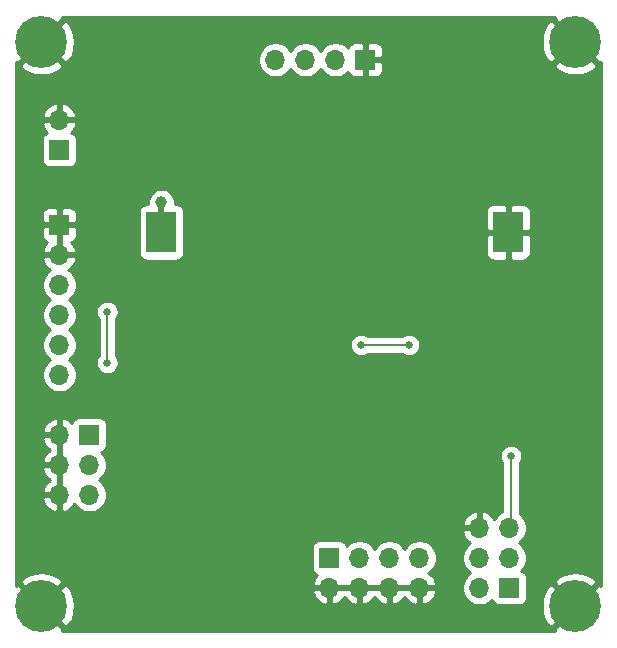
<source format=gbr>
%TF.GenerationSoftware,KiCad,Pcbnew,(5.1.9)-1*%
%TF.CreationDate,2021-02-03T11:38:48-08:00*%
%TF.ProjectId,ATMEGA328_RTC_EEPROM,41544d45-4741-4333-9238-5f5254435f45,1*%
%TF.SameCoordinates,Original*%
%TF.FileFunction,Copper,L2,Bot*%
%TF.FilePolarity,Positive*%
%FSLAX46Y46*%
G04 Gerber Fmt 4.6, Leading zero omitted, Abs format (unit mm)*
G04 Created by KiCad (PCBNEW (5.1.9)-1) date 2021-02-03 11:38:48*
%MOMM*%
%LPD*%
G01*
G04 APERTURE LIST*
%TA.AperFunction,ComponentPad*%
%ADD10O,1.700000X1.700000*%
%TD*%
%TA.AperFunction,ComponentPad*%
%ADD11R,1.700000X1.700000*%
%TD*%
%TA.AperFunction,SMDPad,CuDef*%
%ADD12R,2.540000X3.510000*%
%TD*%
%TA.AperFunction,ComponentPad*%
%ADD13C,4.400000*%
%TD*%
%TA.AperFunction,ViaPad*%
%ADD14C,1.000000*%
%TD*%
%TA.AperFunction,ViaPad*%
%ADD15C,0.650000*%
%TD*%
%TA.AperFunction,Conductor*%
%ADD16C,0.500000*%
%TD*%
%TA.AperFunction,Conductor*%
%ADD17C,0.200000*%
%TD*%
%TA.AperFunction,Conductor*%
%ADD18C,0.254000*%
%TD*%
%TA.AperFunction,Conductor*%
%ADD19C,0.100000*%
%TD*%
G04 APERTURE END LIST*
D10*
%TO.P,J4,6*%
%TO.N,GND*%
X166878000Y-120142000D03*
%TO.P,J4,5*%
%TO.N,/~RESET*%
X169418000Y-120142000D03*
%TO.P,J4,4*%
%TO.N,/MOSI*%
X166878000Y-122682000D03*
%TO.P,J4,3*%
%TO.N,/SCK*%
X169418000Y-122682000D03*
%TO.P,J4,2*%
%TO.N,/Vcc*%
X166878000Y-125222000D03*
D11*
%TO.P,J4,1*%
%TO.N,/MISO*%
X169418000Y-125222000D03*
%TD*%
%TO.P,J3,1*%
%TO.N,GND*%
X157226000Y-80518000D03*
D10*
%TO.P,J3,2*%
%TO.N,/Vcc*%
X154686000Y-80518000D03*
%TO.P,J3,3*%
%TO.N,/SDA*%
X152146000Y-80518000D03*
%TO.P,J3,4*%
%TO.N,/SCL*%
X149606000Y-80518000D03*
%TD*%
%TO.P,J1,6*%
%TO.N,/DTR*%
X131318000Y-107188000D03*
%TO.P,J1,5*%
%TO.N,/TX*%
X131318000Y-104648000D03*
%TO.P,J1,4*%
%TO.N,/RX*%
X131318000Y-102108000D03*
%TO.P,J1,3*%
%TO.N,/Vcc*%
X131318000Y-99568000D03*
%TO.P,J1,2*%
%TO.N,GND*%
X131318000Y-97028000D03*
D11*
%TO.P,J1,1*%
X131318000Y-94488000D03*
%TD*%
%TO.P,BT2,1*%
%TO.N,/Vin*%
X131318000Y-88138000D03*
D10*
%TO.P,BT2,2*%
%TO.N,GND*%
X131318000Y-85598000D03*
%TD*%
D12*
%TO.P,BT1,2*%
%TO.N,GND*%
X169314000Y-95123000D03*
%TO.P,BT1,1*%
%TO.N,Net-(BT1-Pad1)*%
X139954000Y-95123000D03*
%TD*%
D13*
%TO.P,H1,1*%
%TO.N,GND*%
X129794000Y-78994000D03*
%TD*%
%TO.P,H2,1*%
%TO.N,GND*%
X175006000Y-78994000D03*
%TD*%
%TO.P,H3,1*%
%TO.N,GND*%
X129794000Y-126746000D03*
%TD*%
%TO.P,H4,1*%
%TO.N,GND*%
X175006000Y-126746000D03*
%TD*%
D11*
%TO.P,J2,1*%
%TO.N,/D2*%
X133858000Y-112268000D03*
D10*
%TO.P,J2,2*%
%TO.N,GND*%
X131318000Y-112268000D03*
%TO.P,J2,3*%
%TO.N,/D3*%
X133858000Y-114808000D03*
%TO.P,J2,4*%
%TO.N,GND*%
X131318000Y-114808000D03*
%TO.P,J2,5*%
%TO.N,/D4*%
X133858000Y-117348000D03*
%TO.P,J2,6*%
%TO.N,GND*%
X131318000Y-117348000D03*
%TD*%
D11*
%TO.P,J5,1*%
%TO.N,/D5*%
X154178000Y-122682000D03*
D10*
%TO.P,J5,2*%
%TO.N,GND*%
X154178000Y-125222000D03*
%TO.P,J5,3*%
%TO.N,/D6*%
X156718000Y-122682000D03*
%TO.P,J5,4*%
%TO.N,GND*%
X156718000Y-125222000D03*
%TO.P,J5,5*%
%TO.N,/D7*%
X159258000Y-122682000D03*
%TO.P,J5,6*%
%TO.N,GND*%
X159258000Y-125222000D03*
%TO.P,J5,7*%
%TO.N,/D8*%
X161798000Y-122682000D03*
%TO.P,J5,8*%
%TO.N,GND*%
X161798000Y-125222000D03*
%TD*%
D14*
%TO.N,GND*%
X166497000Y-98806000D03*
X168148000Y-117221000D03*
X172720000Y-104648000D03*
X145034000Y-88773000D03*
X163957000Y-106172000D03*
X144653000Y-95631000D03*
X166497000Y-96266000D03*
X146685000Y-112522000D03*
X151765000Y-117602000D03*
X147701000Y-110236000D03*
X149479000Y-108331000D03*
X166497000Y-112903000D03*
X166497000Y-111125000D03*
X172720000Y-112649000D03*
X154051000Y-90678000D03*
X154051000Y-98679000D03*
X152019000Y-95631000D03*
X151511000Y-91694000D03*
X136144000Y-90424000D03*
X166497000Y-88265000D03*
X170815000Y-117221000D03*
%TO.N,Net-(BT1-Pad1)*%
X139954000Y-92583000D03*
D15*
%TO.N,/DTR*%
X135382000Y-101854000D03*
X135382000Y-106172000D03*
%TO.N,/~RESET*%
X169545000Y-114046000D03*
X160909000Y-104648000D03*
X156845000Y-104648000D03*
%TD*%
D16*
%TO.N,Net-(BT1-Pad1)*%
X139954000Y-95123000D02*
X139954000Y-92583000D01*
D17*
%TO.N,/DTR*%
X135382000Y-106172000D02*
X135382000Y-101854000D01*
%TO.N,/~RESET*%
X156845000Y-104648000D02*
X160909000Y-104648000D01*
X169545000Y-120015000D02*
X169418000Y-120142000D01*
X169545000Y-114046000D02*
X169545000Y-120015000D01*
%TD*%
D18*
%TO.N,GND*%
X173195830Y-77004225D02*
X175006000Y-78814395D01*
X175020143Y-78800253D01*
X175199748Y-78979858D01*
X175185605Y-78994000D01*
X176995775Y-80804170D01*
X177140001Y-80714729D01*
X177140000Y-125025270D01*
X176995775Y-124935830D01*
X175185605Y-126746000D01*
X175199748Y-126760143D01*
X175020143Y-126939748D01*
X175006000Y-126925605D01*
X173195830Y-128735775D01*
X173285270Y-128880000D01*
X131514730Y-128880000D01*
X131604170Y-128735775D01*
X129794000Y-126925605D01*
X129779858Y-126939748D01*
X129600253Y-126760143D01*
X129614395Y-126746000D01*
X129973605Y-126746000D01*
X131783775Y-128556170D01*
X132171018Y-128316024D01*
X132431641Y-127822123D01*
X132590901Y-127286867D01*
X132639852Y-126761174D01*
X172157322Y-126761174D01*
X172215019Y-127316632D01*
X172379972Y-127850161D01*
X172628982Y-128316024D01*
X173016225Y-128556170D01*
X174826395Y-126746000D01*
X173016225Y-124935830D01*
X172628982Y-125175976D01*
X172368359Y-125669877D01*
X172209099Y-126205133D01*
X172157322Y-126761174D01*
X132639852Y-126761174D01*
X132642678Y-126730826D01*
X132584981Y-126175368D01*
X132420028Y-125641839D01*
X132386382Y-125578891D01*
X152736519Y-125578891D01*
X152833843Y-125853252D01*
X152982822Y-126103355D01*
X153177731Y-126319588D01*
X153411080Y-126493641D01*
X153673901Y-126618825D01*
X153821110Y-126663476D01*
X154051000Y-126542155D01*
X154051000Y-125349000D01*
X154305000Y-125349000D01*
X154305000Y-126542155D01*
X154534890Y-126663476D01*
X154682099Y-126618825D01*
X154944920Y-126493641D01*
X155178269Y-126319588D01*
X155373178Y-126103355D01*
X155448000Y-125977745D01*
X155522822Y-126103355D01*
X155717731Y-126319588D01*
X155951080Y-126493641D01*
X156213901Y-126618825D01*
X156361110Y-126663476D01*
X156591000Y-126542155D01*
X156591000Y-125349000D01*
X156845000Y-125349000D01*
X156845000Y-126542155D01*
X157074890Y-126663476D01*
X157222099Y-126618825D01*
X157484920Y-126493641D01*
X157718269Y-126319588D01*
X157913178Y-126103355D01*
X157988000Y-125977745D01*
X158062822Y-126103355D01*
X158257731Y-126319588D01*
X158491080Y-126493641D01*
X158753901Y-126618825D01*
X158901110Y-126663476D01*
X159131000Y-126542155D01*
X159131000Y-125349000D01*
X159385000Y-125349000D01*
X159385000Y-126542155D01*
X159614890Y-126663476D01*
X159762099Y-126618825D01*
X160024920Y-126493641D01*
X160258269Y-126319588D01*
X160453178Y-126103355D01*
X160528000Y-125977745D01*
X160602822Y-126103355D01*
X160797731Y-126319588D01*
X161031080Y-126493641D01*
X161293901Y-126618825D01*
X161441110Y-126663476D01*
X161671000Y-126542155D01*
X161671000Y-125349000D01*
X161925000Y-125349000D01*
X161925000Y-126542155D01*
X162154890Y-126663476D01*
X162302099Y-126618825D01*
X162564920Y-126493641D01*
X162798269Y-126319588D01*
X162993178Y-126103355D01*
X163142157Y-125853252D01*
X163239481Y-125578891D01*
X163118814Y-125349000D01*
X161925000Y-125349000D01*
X161671000Y-125349000D01*
X159385000Y-125349000D01*
X159131000Y-125349000D01*
X156845000Y-125349000D01*
X156591000Y-125349000D01*
X154305000Y-125349000D01*
X154051000Y-125349000D01*
X152857186Y-125349000D01*
X152736519Y-125578891D01*
X132386382Y-125578891D01*
X132171018Y-125175976D01*
X131783775Y-124935830D01*
X129973605Y-126746000D01*
X129614395Y-126746000D01*
X127804225Y-124935830D01*
X127660000Y-125025270D01*
X127660000Y-124756225D01*
X127983830Y-124756225D01*
X129794000Y-126566395D01*
X131604170Y-124756225D01*
X131364024Y-124368982D01*
X130870123Y-124108359D01*
X130334867Y-123949099D01*
X129778826Y-123897322D01*
X129223368Y-123955019D01*
X128689839Y-124119972D01*
X128223976Y-124368982D01*
X127983830Y-124756225D01*
X127660000Y-124756225D01*
X127660000Y-121832000D01*
X152689928Y-121832000D01*
X152689928Y-123532000D01*
X152702188Y-123656482D01*
X152738498Y-123776180D01*
X152797463Y-123886494D01*
X152876815Y-123983185D01*
X152973506Y-124062537D01*
X153083820Y-124121502D01*
X153159626Y-124144498D01*
X152982822Y-124340645D01*
X152833843Y-124590748D01*
X152736519Y-124865109D01*
X152857186Y-125095000D01*
X154051000Y-125095000D01*
X154051000Y-125075000D01*
X154305000Y-125075000D01*
X154305000Y-125095000D01*
X156591000Y-125095000D01*
X156591000Y-125075000D01*
X156845000Y-125075000D01*
X156845000Y-125095000D01*
X159131000Y-125095000D01*
X159131000Y-125075000D01*
X159385000Y-125075000D01*
X159385000Y-125095000D01*
X161671000Y-125095000D01*
X161671000Y-125075000D01*
X161925000Y-125075000D01*
X161925000Y-125095000D01*
X163118814Y-125095000D01*
X163239481Y-124865109D01*
X163142157Y-124590748D01*
X162993178Y-124340645D01*
X162798269Y-124124412D01*
X162568594Y-123953100D01*
X162744632Y-123835475D01*
X162951475Y-123628632D01*
X163113990Y-123385411D01*
X163225932Y-123115158D01*
X163283000Y-122828260D01*
X163283000Y-122535740D01*
X165393000Y-122535740D01*
X165393000Y-122828260D01*
X165450068Y-123115158D01*
X165562010Y-123385411D01*
X165724525Y-123628632D01*
X165931368Y-123835475D01*
X166105760Y-123952000D01*
X165931368Y-124068525D01*
X165724525Y-124275368D01*
X165562010Y-124518589D01*
X165450068Y-124788842D01*
X165393000Y-125075740D01*
X165393000Y-125368260D01*
X165450068Y-125655158D01*
X165562010Y-125925411D01*
X165724525Y-126168632D01*
X165931368Y-126375475D01*
X166174589Y-126537990D01*
X166444842Y-126649932D01*
X166731740Y-126707000D01*
X167024260Y-126707000D01*
X167311158Y-126649932D01*
X167581411Y-126537990D01*
X167824632Y-126375475D01*
X167956487Y-126243620D01*
X167978498Y-126316180D01*
X168037463Y-126426494D01*
X168116815Y-126523185D01*
X168213506Y-126602537D01*
X168323820Y-126661502D01*
X168443518Y-126697812D01*
X168568000Y-126710072D01*
X170268000Y-126710072D01*
X170392482Y-126697812D01*
X170512180Y-126661502D01*
X170622494Y-126602537D01*
X170719185Y-126523185D01*
X170798537Y-126426494D01*
X170857502Y-126316180D01*
X170893812Y-126196482D01*
X170906072Y-126072000D01*
X170906072Y-124756225D01*
X173195830Y-124756225D01*
X175006000Y-126566395D01*
X176816170Y-124756225D01*
X176576024Y-124368982D01*
X176082123Y-124108359D01*
X175546867Y-123949099D01*
X174990826Y-123897322D01*
X174435368Y-123955019D01*
X173901839Y-124119972D01*
X173435976Y-124368982D01*
X173195830Y-124756225D01*
X170906072Y-124756225D01*
X170906072Y-124372000D01*
X170893812Y-124247518D01*
X170857502Y-124127820D01*
X170798537Y-124017506D01*
X170719185Y-123920815D01*
X170622494Y-123841463D01*
X170512180Y-123782498D01*
X170439620Y-123760487D01*
X170571475Y-123628632D01*
X170733990Y-123385411D01*
X170845932Y-123115158D01*
X170903000Y-122828260D01*
X170903000Y-122535740D01*
X170845932Y-122248842D01*
X170733990Y-121978589D01*
X170571475Y-121735368D01*
X170364632Y-121528525D01*
X170190240Y-121412000D01*
X170364632Y-121295475D01*
X170571475Y-121088632D01*
X170733990Y-120845411D01*
X170845932Y-120575158D01*
X170903000Y-120288260D01*
X170903000Y-119995740D01*
X170845932Y-119708842D01*
X170733990Y-119438589D01*
X170571475Y-119195368D01*
X170364632Y-118988525D01*
X170280000Y-118931976D01*
X170280000Y-114668645D01*
X170290681Y-114657964D01*
X170395741Y-114500731D01*
X170468108Y-114326022D01*
X170505000Y-114140552D01*
X170505000Y-113951448D01*
X170468108Y-113765978D01*
X170395741Y-113591269D01*
X170290681Y-113434036D01*
X170156964Y-113300319D01*
X169999731Y-113195259D01*
X169825022Y-113122892D01*
X169639552Y-113086000D01*
X169450448Y-113086000D01*
X169264978Y-113122892D01*
X169090269Y-113195259D01*
X168933036Y-113300319D01*
X168799319Y-113434036D01*
X168694259Y-113591269D01*
X168621892Y-113765978D01*
X168585000Y-113951448D01*
X168585000Y-114140552D01*
X168621892Y-114326022D01*
X168694259Y-114500731D01*
X168799319Y-114657964D01*
X168810000Y-114668645D01*
X168810001Y-118786489D01*
X168714589Y-118826010D01*
X168471368Y-118988525D01*
X168264525Y-119195368D01*
X168146900Y-119371406D01*
X167975588Y-119141731D01*
X167759355Y-118946822D01*
X167509252Y-118797843D01*
X167234891Y-118700519D01*
X167005000Y-118821186D01*
X167005000Y-120015000D01*
X167025000Y-120015000D01*
X167025000Y-120269000D01*
X167005000Y-120269000D01*
X167005000Y-120289000D01*
X166751000Y-120289000D01*
X166751000Y-120269000D01*
X165557845Y-120269000D01*
X165436524Y-120498890D01*
X165481175Y-120646099D01*
X165606359Y-120908920D01*
X165780412Y-121142269D01*
X165996645Y-121337178D01*
X166113534Y-121406805D01*
X165931368Y-121528525D01*
X165724525Y-121735368D01*
X165562010Y-121978589D01*
X165450068Y-122248842D01*
X165393000Y-122535740D01*
X163283000Y-122535740D01*
X163225932Y-122248842D01*
X163113990Y-121978589D01*
X162951475Y-121735368D01*
X162744632Y-121528525D01*
X162501411Y-121366010D01*
X162231158Y-121254068D01*
X161944260Y-121197000D01*
X161651740Y-121197000D01*
X161364842Y-121254068D01*
X161094589Y-121366010D01*
X160851368Y-121528525D01*
X160644525Y-121735368D01*
X160528000Y-121909760D01*
X160411475Y-121735368D01*
X160204632Y-121528525D01*
X159961411Y-121366010D01*
X159691158Y-121254068D01*
X159404260Y-121197000D01*
X159111740Y-121197000D01*
X158824842Y-121254068D01*
X158554589Y-121366010D01*
X158311368Y-121528525D01*
X158104525Y-121735368D01*
X157988000Y-121909760D01*
X157871475Y-121735368D01*
X157664632Y-121528525D01*
X157421411Y-121366010D01*
X157151158Y-121254068D01*
X156864260Y-121197000D01*
X156571740Y-121197000D01*
X156284842Y-121254068D01*
X156014589Y-121366010D01*
X155771368Y-121528525D01*
X155639513Y-121660380D01*
X155617502Y-121587820D01*
X155558537Y-121477506D01*
X155479185Y-121380815D01*
X155382494Y-121301463D01*
X155272180Y-121242498D01*
X155152482Y-121206188D01*
X155028000Y-121193928D01*
X153328000Y-121193928D01*
X153203518Y-121206188D01*
X153083820Y-121242498D01*
X152973506Y-121301463D01*
X152876815Y-121380815D01*
X152797463Y-121477506D01*
X152738498Y-121587820D01*
X152702188Y-121707518D01*
X152689928Y-121832000D01*
X127660000Y-121832000D01*
X127660000Y-119785110D01*
X165436524Y-119785110D01*
X165557845Y-120015000D01*
X166751000Y-120015000D01*
X166751000Y-118821186D01*
X166521109Y-118700519D01*
X166246748Y-118797843D01*
X165996645Y-118946822D01*
X165780412Y-119141731D01*
X165606359Y-119375080D01*
X165481175Y-119637901D01*
X165436524Y-119785110D01*
X127660000Y-119785110D01*
X127660000Y-117704890D01*
X129876524Y-117704890D01*
X129921175Y-117852099D01*
X130046359Y-118114920D01*
X130220412Y-118348269D01*
X130436645Y-118543178D01*
X130686748Y-118692157D01*
X130961109Y-118789481D01*
X131191000Y-118668814D01*
X131191000Y-117475000D01*
X129997845Y-117475000D01*
X129876524Y-117704890D01*
X127660000Y-117704890D01*
X127660000Y-115164890D01*
X129876524Y-115164890D01*
X129921175Y-115312099D01*
X130046359Y-115574920D01*
X130220412Y-115808269D01*
X130436645Y-116003178D01*
X130562255Y-116078000D01*
X130436645Y-116152822D01*
X130220412Y-116347731D01*
X130046359Y-116581080D01*
X129921175Y-116843901D01*
X129876524Y-116991110D01*
X129997845Y-117221000D01*
X131191000Y-117221000D01*
X131191000Y-114935000D01*
X129997845Y-114935000D01*
X129876524Y-115164890D01*
X127660000Y-115164890D01*
X127660000Y-112624890D01*
X129876524Y-112624890D01*
X129921175Y-112772099D01*
X130046359Y-113034920D01*
X130220412Y-113268269D01*
X130436645Y-113463178D01*
X130562255Y-113538000D01*
X130436645Y-113612822D01*
X130220412Y-113807731D01*
X130046359Y-114041080D01*
X129921175Y-114303901D01*
X129876524Y-114451110D01*
X129997845Y-114681000D01*
X131191000Y-114681000D01*
X131191000Y-112395000D01*
X129997845Y-112395000D01*
X129876524Y-112624890D01*
X127660000Y-112624890D01*
X127660000Y-111911110D01*
X129876524Y-111911110D01*
X129997845Y-112141000D01*
X131191000Y-112141000D01*
X131191000Y-110947186D01*
X131445000Y-110947186D01*
X131445000Y-112141000D01*
X131465000Y-112141000D01*
X131465000Y-112395000D01*
X131445000Y-112395000D01*
X131445000Y-114681000D01*
X131465000Y-114681000D01*
X131465000Y-114935000D01*
X131445000Y-114935000D01*
X131445000Y-117221000D01*
X131465000Y-117221000D01*
X131465000Y-117475000D01*
X131445000Y-117475000D01*
X131445000Y-118668814D01*
X131674891Y-118789481D01*
X131949252Y-118692157D01*
X132199355Y-118543178D01*
X132415588Y-118348269D01*
X132586900Y-118118594D01*
X132704525Y-118294632D01*
X132911368Y-118501475D01*
X133154589Y-118663990D01*
X133424842Y-118775932D01*
X133711740Y-118833000D01*
X134004260Y-118833000D01*
X134291158Y-118775932D01*
X134561411Y-118663990D01*
X134804632Y-118501475D01*
X135011475Y-118294632D01*
X135173990Y-118051411D01*
X135285932Y-117781158D01*
X135343000Y-117494260D01*
X135343000Y-117201740D01*
X135285932Y-116914842D01*
X135173990Y-116644589D01*
X135011475Y-116401368D01*
X134804632Y-116194525D01*
X134630240Y-116078000D01*
X134804632Y-115961475D01*
X135011475Y-115754632D01*
X135173990Y-115511411D01*
X135285932Y-115241158D01*
X135343000Y-114954260D01*
X135343000Y-114661740D01*
X135285932Y-114374842D01*
X135173990Y-114104589D01*
X135011475Y-113861368D01*
X134879620Y-113729513D01*
X134952180Y-113707502D01*
X135062494Y-113648537D01*
X135159185Y-113569185D01*
X135238537Y-113472494D01*
X135297502Y-113362180D01*
X135333812Y-113242482D01*
X135346072Y-113118000D01*
X135346072Y-111418000D01*
X135333812Y-111293518D01*
X135297502Y-111173820D01*
X135238537Y-111063506D01*
X135159185Y-110966815D01*
X135062494Y-110887463D01*
X134952180Y-110828498D01*
X134832482Y-110792188D01*
X134708000Y-110779928D01*
X133008000Y-110779928D01*
X132883518Y-110792188D01*
X132763820Y-110828498D01*
X132653506Y-110887463D01*
X132556815Y-110966815D01*
X132477463Y-111063506D01*
X132418498Y-111173820D01*
X132395502Y-111249626D01*
X132199355Y-111072822D01*
X131949252Y-110923843D01*
X131674891Y-110826519D01*
X131445000Y-110947186D01*
X131191000Y-110947186D01*
X130961109Y-110826519D01*
X130686748Y-110923843D01*
X130436645Y-111072822D01*
X130220412Y-111267731D01*
X130046359Y-111501080D01*
X129921175Y-111763901D01*
X129876524Y-111911110D01*
X127660000Y-111911110D01*
X127660000Y-99421740D01*
X129833000Y-99421740D01*
X129833000Y-99714260D01*
X129890068Y-100001158D01*
X130002010Y-100271411D01*
X130164525Y-100514632D01*
X130371368Y-100721475D01*
X130545760Y-100838000D01*
X130371368Y-100954525D01*
X130164525Y-101161368D01*
X130002010Y-101404589D01*
X129890068Y-101674842D01*
X129833000Y-101961740D01*
X129833000Y-102254260D01*
X129890068Y-102541158D01*
X130002010Y-102811411D01*
X130164525Y-103054632D01*
X130371368Y-103261475D01*
X130545760Y-103378000D01*
X130371368Y-103494525D01*
X130164525Y-103701368D01*
X130002010Y-103944589D01*
X129890068Y-104214842D01*
X129833000Y-104501740D01*
X129833000Y-104794260D01*
X129890068Y-105081158D01*
X130002010Y-105351411D01*
X130164525Y-105594632D01*
X130371368Y-105801475D01*
X130545760Y-105918000D01*
X130371368Y-106034525D01*
X130164525Y-106241368D01*
X130002010Y-106484589D01*
X129890068Y-106754842D01*
X129833000Y-107041740D01*
X129833000Y-107334260D01*
X129890068Y-107621158D01*
X130002010Y-107891411D01*
X130164525Y-108134632D01*
X130371368Y-108341475D01*
X130614589Y-108503990D01*
X130884842Y-108615932D01*
X131171740Y-108673000D01*
X131464260Y-108673000D01*
X131751158Y-108615932D01*
X132021411Y-108503990D01*
X132264632Y-108341475D01*
X132471475Y-108134632D01*
X132633990Y-107891411D01*
X132745932Y-107621158D01*
X132803000Y-107334260D01*
X132803000Y-107041740D01*
X132745932Y-106754842D01*
X132633990Y-106484589D01*
X132471475Y-106241368D01*
X132264632Y-106034525D01*
X132090240Y-105918000D01*
X132264632Y-105801475D01*
X132471475Y-105594632D01*
X132633990Y-105351411D01*
X132745932Y-105081158D01*
X132803000Y-104794260D01*
X132803000Y-104501740D01*
X132745932Y-104214842D01*
X132633990Y-103944589D01*
X132471475Y-103701368D01*
X132264632Y-103494525D01*
X132090240Y-103378000D01*
X132264632Y-103261475D01*
X132471475Y-103054632D01*
X132633990Y-102811411D01*
X132745932Y-102541158D01*
X132803000Y-102254260D01*
X132803000Y-101961740D01*
X132762762Y-101759448D01*
X134422000Y-101759448D01*
X134422000Y-101948552D01*
X134458892Y-102134022D01*
X134531259Y-102308731D01*
X134636319Y-102465964D01*
X134647001Y-102476646D01*
X134647000Y-105549355D01*
X134636319Y-105560036D01*
X134531259Y-105717269D01*
X134458892Y-105891978D01*
X134422000Y-106077448D01*
X134422000Y-106266552D01*
X134458892Y-106452022D01*
X134531259Y-106626731D01*
X134636319Y-106783964D01*
X134770036Y-106917681D01*
X134927269Y-107022741D01*
X135101978Y-107095108D01*
X135287448Y-107132000D01*
X135476552Y-107132000D01*
X135662022Y-107095108D01*
X135836731Y-107022741D01*
X135993964Y-106917681D01*
X136127681Y-106783964D01*
X136232741Y-106626731D01*
X136305108Y-106452022D01*
X136342000Y-106266552D01*
X136342000Y-106077448D01*
X136305108Y-105891978D01*
X136232741Y-105717269D01*
X136127681Y-105560036D01*
X136117000Y-105549355D01*
X136117000Y-104553448D01*
X155885000Y-104553448D01*
X155885000Y-104742552D01*
X155921892Y-104928022D01*
X155994259Y-105102731D01*
X156099319Y-105259964D01*
X156233036Y-105393681D01*
X156390269Y-105498741D01*
X156564978Y-105571108D01*
X156750448Y-105608000D01*
X156939552Y-105608000D01*
X157125022Y-105571108D01*
X157299731Y-105498741D01*
X157456964Y-105393681D01*
X157467645Y-105383000D01*
X160286355Y-105383000D01*
X160297036Y-105393681D01*
X160454269Y-105498741D01*
X160628978Y-105571108D01*
X160814448Y-105608000D01*
X161003552Y-105608000D01*
X161189022Y-105571108D01*
X161363731Y-105498741D01*
X161520964Y-105393681D01*
X161654681Y-105259964D01*
X161759741Y-105102731D01*
X161832108Y-104928022D01*
X161869000Y-104742552D01*
X161869000Y-104553448D01*
X161832108Y-104367978D01*
X161759741Y-104193269D01*
X161654681Y-104036036D01*
X161520964Y-103902319D01*
X161363731Y-103797259D01*
X161189022Y-103724892D01*
X161003552Y-103688000D01*
X160814448Y-103688000D01*
X160628978Y-103724892D01*
X160454269Y-103797259D01*
X160297036Y-103902319D01*
X160286355Y-103913000D01*
X157467645Y-103913000D01*
X157456964Y-103902319D01*
X157299731Y-103797259D01*
X157125022Y-103724892D01*
X156939552Y-103688000D01*
X156750448Y-103688000D01*
X156564978Y-103724892D01*
X156390269Y-103797259D01*
X156233036Y-103902319D01*
X156099319Y-104036036D01*
X155994259Y-104193269D01*
X155921892Y-104367978D01*
X155885000Y-104553448D01*
X136117000Y-104553448D01*
X136117000Y-102476645D01*
X136127681Y-102465964D01*
X136232741Y-102308731D01*
X136305108Y-102134022D01*
X136342000Y-101948552D01*
X136342000Y-101759448D01*
X136305108Y-101573978D01*
X136232741Y-101399269D01*
X136127681Y-101242036D01*
X135993964Y-101108319D01*
X135836731Y-101003259D01*
X135662022Y-100930892D01*
X135476552Y-100894000D01*
X135287448Y-100894000D01*
X135101978Y-100930892D01*
X134927269Y-101003259D01*
X134770036Y-101108319D01*
X134636319Y-101242036D01*
X134531259Y-101399269D01*
X134458892Y-101573978D01*
X134422000Y-101759448D01*
X132762762Y-101759448D01*
X132745932Y-101674842D01*
X132633990Y-101404589D01*
X132471475Y-101161368D01*
X132264632Y-100954525D01*
X132090240Y-100838000D01*
X132264632Y-100721475D01*
X132471475Y-100514632D01*
X132633990Y-100271411D01*
X132745932Y-100001158D01*
X132803000Y-99714260D01*
X132803000Y-99421740D01*
X132745932Y-99134842D01*
X132633990Y-98864589D01*
X132471475Y-98621368D01*
X132264632Y-98414525D01*
X132082466Y-98292805D01*
X132199355Y-98223178D01*
X132415588Y-98028269D01*
X132589641Y-97794920D01*
X132714825Y-97532099D01*
X132759476Y-97384890D01*
X132638155Y-97155000D01*
X131445000Y-97155000D01*
X131445000Y-97175000D01*
X131191000Y-97175000D01*
X131191000Y-97155000D01*
X129997845Y-97155000D01*
X129876524Y-97384890D01*
X129921175Y-97532099D01*
X130046359Y-97794920D01*
X130220412Y-98028269D01*
X130436645Y-98223178D01*
X130553534Y-98292805D01*
X130371368Y-98414525D01*
X130164525Y-98621368D01*
X130002010Y-98864589D01*
X129890068Y-99134842D01*
X129833000Y-99421740D01*
X127660000Y-99421740D01*
X127660000Y-95338000D01*
X129829928Y-95338000D01*
X129842188Y-95462482D01*
X129878498Y-95582180D01*
X129937463Y-95692494D01*
X130016815Y-95789185D01*
X130113506Y-95868537D01*
X130223820Y-95927502D01*
X130304466Y-95951966D01*
X130220412Y-96027731D01*
X130046359Y-96261080D01*
X129921175Y-96523901D01*
X129876524Y-96671110D01*
X129997845Y-96901000D01*
X131191000Y-96901000D01*
X131191000Y-94615000D01*
X131445000Y-94615000D01*
X131445000Y-96901000D01*
X132638155Y-96901000D01*
X132759476Y-96671110D01*
X132714825Y-96523901D01*
X132589641Y-96261080D01*
X132415588Y-96027731D01*
X132331534Y-95951966D01*
X132412180Y-95927502D01*
X132522494Y-95868537D01*
X132619185Y-95789185D01*
X132698537Y-95692494D01*
X132757502Y-95582180D01*
X132793812Y-95462482D01*
X132806072Y-95338000D01*
X132803000Y-94773750D01*
X132644250Y-94615000D01*
X131445000Y-94615000D01*
X131191000Y-94615000D01*
X129991750Y-94615000D01*
X129833000Y-94773750D01*
X129829928Y-95338000D01*
X127660000Y-95338000D01*
X127660000Y-93638000D01*
X129829928Y-93638000D01*
X129833000Y-94202250D01*
X129991750Y-94361000D01*
X131191000Y-94361000D01*
X131191000Y-93161750D01*
X131445000Y-93161750D01*
X131445000Y-94361000D01*
X132644250Y-94361000D01*
X132803000Y-94202250D01*
X132806072Y-93638000D01*
X132793812Y-93513518D01*
X132757502Y-93393820D01*
X132743701Y-93368000D01*
X138045928Y-93368000D01*
X138045928Y-96878000D01*
X138058188Y-97002482D01*
X138094498Y-97122180D01*
X138153463Y-97232494D01*
X138232815Y-97329185D01*
X138329506Y-97408537D01*
X138439820Y-97467502D01*
X138559518Y-97503812D01*
X138684000Y-97516072D01*
X141224000Y-97516072D01*
X141348482Y-97503812D01*
X141468180Y-97467502D01*
X141578494Y-97408537D01*
X141675185Y-97329185D01*
X141754537Y-97232494D01*
X141813502Y-97122180D01*
X141849812Y-97002482D01*
X141862072Y-96878000D01*
X167405928Y-96878000D01*
X167418188Y-97002482D01*
X167454498Y-97122180D01*
X167513463Y-97232494D01*
X167592815Y-97329185D01*
X167689506Y-97408537D01*
X167799820Y-97467502D01*
X167919518Y-97503812D01*
X168044000Y-97516072D01*
X169028250Y-97513000D01*
X169187000Y-97354250D01*
X169187000Y-95250000D01*
X169441000Y-95250000D01*
X169441000Y-97354250D01*
X169599750Y-97513000D01*
X170584000Y-97516072D01*
X170708482Y-97503812D01*
X170828180Y-97467502D01*
X170938494Y-97408537D01*
X171035185Y-97329185D01*
X171114537Y-97232494D01*
X171173502Y-97122180D01*
X171209812Y-97002482D01*
X171222072Y-96878000D01*
X171219000Y-95408750D01*
X171060250Y-95250000D01*
X169441000Y-95250000D01*
X169187000Y-95250000D01*
X167567750Y-95250000D01*
X167409000Y-95408750D01*
X167405928Y-96878000D01*
X141862072Y-96878000D01*
X141862072Y-93368000D01*
X167405928Y-93368000D01*
X167409000Y-94837250D01*
X167567750Y-94996000D01*
X169187000Y-94996000D01*
X169187000Y-92891750D01*
X169441000Y-92891750D01*
X169441000Y-94996000D01*
X171060250Y-94996000D01*
X171219000Y-94837250D01*
X171222072Y-93368000D01*
X171209812Y-93243518D01*
X171173502Y-93123820D01*
X171114537Y-93013506D01*
X171035185Y-92916815D01*
X170938494Y-92837463D01*
X170828180Y-92778498D01*
X170708482Y-92742188D01*
X170584000Y-92729928D01*
X169599750Y-92733000D01*
X169441000Y-92891750D01*
X169187000Y-92891750D01*
X169028250Y-92733000D01*
X168044000Y-92729928D01*
X167919518Y-92742188D01*
X167799820Y-92778498D01*
X167689506Y-92837463D01*
X167592815Y-92916815D01*
X167513463Y-93013506D01*
X167454498Y-93123820D01*
X167418188Y-93243518D01*
X167405928Y-93368000D01*
X141862072Y-93368000D01*
X141849812Y-93243518D01*
X141813502Y-93123820D01*
X141754537Y-93013506D01*
X141675185Y-92916815D01*
X141578494Y-92837463D01*
X141468180Y-92778498D01*
X141348482Y-92742188D01*
X141224000Y-92729928D01*
X141082010Y-92729928D01*
X141089000Y-92694788D01*
X141089000Y-92471212D01*
X141045383Y-92251933D01*
X140959824Y-92045376D01*
X140835612Y-91859480D01*
X140677520Y-91701388D01*
X140491624Y-91577176D01*
X140285067Y-91491617D01*
X140065788Y-91448000D01*
X139842212Y-91448000D01*
X139622933Y-91491617D01*
X139416376Y-91577176D01*
X139230480Y-91701388D01*
X139072388Y-91859480D01*
X138948176Y-92045376D01*
X138862617Y-92251933D01*
X138819000Y-92471212D01*
X138819000Y-92694788D01*
X138825990Y-92729928D01*
X138684000Y-92729928D01*
X138559518Y-92742188D01*
X138439820Y-92778498D01*
X138329506Y-92837463D01*
X138232815Y-92916815D01*
X138153463Y-93013506D01*
X138094498Y-93123820D01*
X138058188Y-93243518D01*
X138045928Y-93368000D01*
X132743701Y-93368000D01*
X132698537Y-93283506D01*
X132619185Y-93186815D01*
X132522494Y-93107463D01*
X132412180Y-93048498D01*
X132292482Y-93012188D01*
X132168000Y-92999928D01*
X131603750Y-93003000D01*
X131445000Y-93161750D01*
X131191000Y-93161750D01*
X131032250Y-93003000D01*
X130468000Y-92999928D01*
X130343518Y-93012188D01*
X130223820Y-93048498D01*
X130113506Y-93107463D01*
X130016815Y-93186815D01*
X129937463Y-93283506D01*
X129878498Y-93393820D01*
X129842188Y-93513518D01*
X129829928Y-93638000D01*
X127660000Y-93638000D01*
X127660000Y-87288000D01*
X129829928Y-87288000D01*
X129829928Y-88988000D01*
X129842188Y-89112482D01*
X129878498Y-89232180D01*
X129937463Y-89342494D01*
X130016815Y-89439185D01*
X130113506Y-89518537D01*
X130223820Y-89577502D01*
X130343518Y-89613812D01*
X130468000Y-89626072D01*
X132168000Y-89626072D01*
X132292482Y-89613812D01*
X132412180Y-89577502D01*
X132522494Y-89518537D01*
X132619185Y-89439185D01*
X132698537Y-89342494D01*
X132757502Y-89232180D01*
X132793812Y-89112482D01*
X132806072Y-88988000D01*
X132806072Y-87288000D01*
X132793812Y-87163518D01*
X132757502Y-87043820D01*
X132698537Y-86933506D01*
X132619185Y-86836815D01*
X132522494Y-86757463D01*
X132412180Y-86698498D01*
X132331534Y-86674034D01*
X132415588Y-86598269D01*
X132589641Y-86364920D01*
X132714825Y-86102099D01*
X132759476Y-85954890D01*
X132638155Y-85725000D01*
X131445000Y-85725000D01*
X131445000Y-85745000D01*
X131191000Y-85745000D01*
X131191000Y-85725000D01*
X129997845Y-85725000D01*
X129876524Y-85954890D01*
X129921175Y-86102099D01*
X130046359Y-86364920D01*
X130220412Y-86598269D01*
X130304466Y-86674034D01*
X130223820Y-86698498D01*
X130113506Y-86757463D01*
X130016815Y-86836815D01*
X129937463Y-86933506D01*
X129878498Y-87043820D01*
X129842188Y-87163518D01*
X129829928Y-87288000D01*
X127660000Y-87288000D01*
X127660000Y-85241110D01*
X129876524Y-85241110D01*
X129997845Y-85471000D01*
X131191000Y-85471000D01*
X131191000Y-84277186D01*
X131445000Y-84277186D01*
X131445000Y-85471000D01*
X132638155Y-85471000D01*
X132759476Y-85241110D01*
X132714825Y-85093901D01*
X132589641Y-84831080D01*
X132415588Y-84597731D01*
X132199355Y-84402822D01*
X131949252Y-84253843D01*
X131674891Y-84156519D01*
X131445000Y-84277186D01*
X131191000Y-84277186D01*
X130961109Y-84156519D01*
X130686748Y-84253843D01*
X130436645Y-84402822D01*
X130220412Y-84597731D01*
X130046359Y-84831080D01*
X129921175Y-85093901D01*
X129876524Y-85241110D01*
X127660000Y-85241110D01*
X127660000Y-80983775D01*
X127983830Y-80983775D01*
X128223976Y-81371018D01*
X128717877Y-81631641D01*
X129253133Y-81790901D01*
X129809174Y-81842678D01*
X130364632Y-81784981D01*
X130898161Y-81620028D01*
X131364024Y-81371018D01*
X131604170Y-80983775D01*
X129794000Y-79173605D01*
X127983830Y-80983775D01*
X127660000Y-80983775D01*
X127660000Y-80714730D01*
X127804225Y-80804170D01*
X129614395Y-78994000D01*
X129973605Y-78994000D01*
X131783775Y-80804170D01*
X132171018Y-80564024D01*
X132272482Y-80371740D01*
X148121000Y-80371740D01*
X148121000Y-80664260D01*
X148178068Y-80951158D01*
X148290010Y-81221411D01*
X148452525Y-81464632D01*
X148659368Y-81671475D01*
X148902589Y-81833990D01*
X149172842Y-81945932D01*
X149459740Y-82003000D01*
X149752260Y-82003000D01*
X150039158Y-81945932D01*
X150309411Y-81833990D01*
X150552632Y-81671475D01*
X150759475Y-81464632D01*
X150876000Y-81290240D01*
X150992525Y-81464632D01*
X151199368Y-81671475D01*
X151442589Y-81833990D01*
X151712842Y-81945932D01*
X151999740Y-82003000D01*
X152292260Y-82003000D01*
X152579158Y-81945932D01*
X152849411Y-81833990D01*
X153092632Y-81671475D01*
X153299475Y-81464632D01*
X153416000Y-81290240D01*
X153532525Y-81464632D01*
X153739368Y-81671475D01*
X153982589Y-81833990D01*
X154252842Y-81945932D01*
X154539740Y-82003000D01*
X154832260Y-82003000D01*
X155119158Y-81945932D01*
X155389411Y-81833990D01*
X155632632Y-81671475D01*
X155764487Y-81539620D01*
X155786498Y-81612180D01*
X155845463Y-81722494D01*
X155924815Y-81819185D01*
X156021506Y-81898537D01*
X156131820Y-81957502D01*
X156251518Y-81993812D01*
X156376000Y-82006072D01*
X156940250Y-82003000D01*
X157099000Y-81844250D01*
X157099000Y-80645000D01*
X157353000Y-80645000D01*
X157353000Y-81844250D01*
X157511750Y-82003000D01*
X158076000Y-82006072D01*
X158200482Y-81993812D01*
X158320180Y-81957502D01*
X158430494Y-81898537D01*
X158527185Y-81819185D01*
X158606537Y-81722494D01*
X158665502Y-81612180D01*
X158701812Y-81492482D01*
X158714072Y-81368000D01*
X158711981Y-80983775D01*
X173195830Y-80983775D01*
X173435976Y-81371018D01*
X173929877Y-81631641D01*
X174465133Y-81790901D01*
X175021174Y-81842678D01*
X175576632Y-81784981D01*
X176110161Y-81620028D01*
X176576024Y-81371018D01*
X176816170Y-80983775D01*
X175006000Y-79173605D01*
X173195830Y-80983775D01*
X158711981Y-80983775D01*
X158711000Y-80803750D01*
X158552250Y-80645000D01*
X157353000Y-80645000D01*
X157099000Y-80645000D01*
X157079000Y-80645000D01*
X157079000Y-80391000D01*
X157099000Y-80391000D01*
X157099000Y-79191750D01*
X157353000Y-79191750D01*
X157353000Y-80391000D01*
X158552250Y-80391000D01*
X158711000Y-80232250D01*
X158714072Y-79668000D01*
X158701812Y-79543518D01*
X158665502Y-79423820D01*
X158606537Y-79313506D01*
X158527185Y-79216815D01*
X158430494Y-79137463D01*
X158320180Y-79078498D01*
X158200482Y-79042188D01*
X158076000Y-79029928D01*
X157511750Y-79033000D01*
X157353000Y-79191750D01*
X157099000Y-79191750D01*
X156940250Y-79033000D01*
X156376000Y-79029928D01*
X156251518Y-79042188D01*
X156131820Y-79078498D01*
X156021506Y-79137463D01*
X155924815Y-79216815D01*
X155845463Y-79313506D01*
X155786498Y-79423820D01*
X155764487Y-79496380D01*
X155632632Y-79364525D01*
X155389411Y-79202010D01*
X155119158Y-79090068D01*
X154832260Y-79033000D01*
X154539740Y-79033000D01*
X154252842Y-79090068D01*
X153982589Y-79202010D01*
X153739368Y-79364525D01*
X153532525Y-79571368D01*
X153416000Y-79745760D01*
X153299475Y-79571368D01*
X153092632Y-79364525D01*
X152849411Y-79202010D01*
X152579158Y-79090068D01*
X152292260Y-79033000D01*
X151999740Y-79033000D01*
X151712842Y-79090068D01*
X151442589Y-79202010D01*
X151199368Y-79364525D01*
X150992525Y-79571368D01*
X150876000Y-79745760D01*
X150759475Y-79571368D01*
X150552632Y-79364525D01*
X150309411Y-79202010D01*
X150039158Y-79090068D01*
X149752260Y-79033000D01*
X149459740Y-79033000D01*
X149172842Y-79090068D01*
X148902589Y-79202010D01*
X148659368Y-79364525D01*
X148452525Y-79571368D01*
X148290010Y-79814589D01*
X148178068Y-80084842D01*
X148121000Y-80371740D01*
X132272482Y-80371740D01*
X132431641Y-80070123D01*
X132590901Y-79534867D01*
X132639852Y-79009174D01*
X172157322Y-79009174D01*
X172215019Y-79564632D01*
X172379972Y-80098161D01*
X172628982Y-80564024D01*
X173016225Y-80804170D01*
X174826395Y-78994000D01*
X173016225Y-77183830D01*
X172628982Y-77423976D01*
X172368359Y-77917877D01*
X172209099Y-78453133D01*
X172157322Y-79009174D01*
X132639852Y-79009174D01*
X132642678Y-78978826D01*
X132584981Y-78423368D01*
X132420028Y-77889839D01*
X132171018Y-77423976D01*
X131783775Y-77183830D01*
X129973605Y-78994000D01*
X129614395Y-78994000D01*
X129600253Y-78979858D01*
X129779858Y-78800253D01*
X129794000Y-78814395D01*
X131604170Y-77004225D01*
X131514730Y-76860000D01*
X173285270Y-76860000D01*
X173195830Y-77004225D01*
%TA.AperFunction,Conductor*%
D19*
G36*
X173195830Y-77004225D02*
G01*
X175006000Y-78814395D01*
X175020143Y-78800253D01*
X175199748Y-78979858D01*
X175185605Y-78994000D01*
X176995775Y-80804170D01*
X177140001Y-80714729D01*
X177140000Y-125025270D01*
X176995775Y-124935830D01*
X175185605Y-126746000D01*
X175199748Y-126760143D01*
X175020143Y-126939748D01*
X175006000Y-126925605D01*
X173195830Y-128735775D01*
X173285270Y-128880000D01*
X131514730Y-128880000D01*
X131604170Y-128735775D01*
X129794000Y-126925605D01*
X129779858Y-126939748D01*
X129600253Y-126760143D01*
X129614395Y-126746000D01*
X129973605Y-126746000D01*
X131783775Y-128556170D01*
X132171018Y-128316024D01*
X132431641Y-127822123D01*
X132590901Y-127286867D01*
X132639852Y-126761174D01*
X172157322Y-126761174D01*
X172215019Y-127316632D01*
X172379972Y-127850161D01*
X172628982Y-128316024D01*
X173016225Y-128556170D01*
X174826395Y-126746000D01*
X173016225Y-124935830D01*
X172628982Y-125175976D01*
X172368359Y-125669877D01*
X172209099Y-126205133D01*
X172157322Y-126761174D01*
X132639852Y-126761174D01*
X132642678Y-126730826D01*
X132584981Y-126175368D01*
X132420028Y-125641839D01*
X132386382Y-125578891D01*
X152736519Y-125578891D01*
X152833843Y-125853252D01*
X152982822Y-126103355D01*
X153177731Y-126319588D01*
X153411080Y-126493641D01*
X153673901Y-126618825D01*
X153821110Y-126663476D01*
X154051000Y-126542155D01*
X154051000Y-125349000D01*
X154305000Y-125349000D01*
X154305000Y-126542155D01*
X154534890Y-126663476D01*
X154682099Y-126618825D01*
X154944920Y-126493641D01*
X155178269Y-126319588D01*
X155373178Y-126103355D01*
X155448000Y-125977745D01*
X155522822Y-126103355D01*
X155717731Y-126319588D01*
X155951080Y-126493641D01*
X156213901Y-126618825D01*
X156361110Y-126663476D01*
X156591000Y-126542155D01*
X156591000Y-125349000D01*
X156845000Y-125349000D01*
X156845000Y-126542155D01*
X157074890Y-126663476D01*
X157222099Y-126618825D01*
X157484920Y-126493641D01*
X157718269Y-126319588D01*
X157913178Y-126103355D01*
X157988000Y-125977745D01*
X158062822Y-126103355D01*
X158257731Y-126319588D01*
X158491080Y-126493641D01*
X158753901Y-126618825D01*
X158901110Y-126663476D01*
X159131000Y-126542155D01*
X159131000Y-125349000D01*
X159385000Y-125349000D01*
X159385000Y-126542155D01*
X159614890Y-126663476D01*
X159762099Y-126618825D01*
X160024920Y-126493641D01*
X160258269Y-126319588D01*
X160453178Y-126103355D01*
X160528000Y-125977745D01*
X160602822Y-126103355D01*
X160797731Y-126319588D01*
X161031080Y-126493641D01*
X161293901Y-126618825D01*
X161441110Y-126663476D01*
X161671000Y-126542155D01*
X161671000Y-125349000D01*
X161925000Y-125349000D01*
X161925000Y-126542155D01*
X162154890Y-126663476D01*
X162302099Y-126618825D01*
X162564920Y-126493641D01*
X162798269Y-126319588D01*
X162993178Y-126103355D01*
X163142157Y-125853252D01*
X163239481Y-125578891D01*
X163118814Y-125349000D01*
X161925000Y-125349000D01*
X161671000Y-125349000D01*
X159385000Y-125349000D01*
X159131000Y-125349000D01*
X156845000Y-125349000D01*
X156591000Y-125349000D01*
X154305000Y-125349000D01*
X154051000Y-125349000D01*
X152857186Y-125349000D01*
X152736519Y-125578891D01*
X132386382Y-125578891D01*
X132171018Y-125175976D01*
X131783775Y-124935830D01*
X129973605Y-126746000D01*
X129614395Y-126746000D01*
X127804225Y-124935830D01*
X127660000Y-125025270D01*
X127660000Y-124756225D01*
X127983830Y-124756225D01*
X129794000Y-126566395D01*
X131604170Y-124756225D01*
X131364024Y-124368982D01*
X130870123Y-124108359D01*
X130334867Y-123949099D01*
X129778826Y-123897322D01*
X129223368Y-123955019D01*
X128689839Y-124119972D01*
X128223976Y-124368982D01*
X127983830Y-124756225D01*
X127660000Y-124756225D01*
X127660000Y-121832000D01*
X152689928Y-121832000D01*
X152689928Y-123532000D01*
X152702188Y-123656482D01*
X152738498Y-123776180D01*
X152797463Y-123886494D01*
X152876815Y-123983185D01*
X152973506Y-124062537D01*
X153083820Y-124121502D01*
X153159626Y-124144498D01*
X152982822Y-124340645D01*
X152833843Y-124590748D01*
X152736519Y-124865109D01*
X152857186Y-125095000D01*
X154051000Y-125095000D01*
X154051000Y-125075000D01*
X154305000Y-125075000D01*
X154305000Y-125095000D01*
X156591000Y-125095000D01*
X156591000Y-125075000D01*
X156845000Y-125075000D01*
X156845000Y-125095000D01*
X159131000Y-125095000D01*
X159131000Y-125075000D01*
X159385000Y-125075000D01*
X159385000Y-125095000D01*
X161671000Y-125095000D01*
X161671000Y-125075000D01*
X161925000Y-125075000D01*
X161925000Y-125095000D01*
X163118814Y-125095000D01*
X163239481Y-124865109D01*
X163142157Y-124590748D01*
X162993178Y-124340645D01*
X162798269Y-124124412D01*
X162568594Y-123953100D01*
X162744632Y-123835475D01*
X162951475Y-123628632D01*
X163113990Y-123385411D01*
X163225932Y-123115158D01*
X163283000Y-122828260D01*
X163283000Y-122535740D01*
X165393000Y-122535740D01*
X165393000Y-122828260D01*
X165450068Y-123115158D01*
X165562010Y-123385411D01*
X165724525Y-123628632D01*
X165931368Y-123835475D01*
X166105760Y-123952000D01*
X165931368Y-124068525D01*
X165724525Y-124275368D01*
X165562010Y-124518589D01*
X165450068Y-124788842D01*
X165393000Y-125075740D01*
X165393000Y-125368260D01*
X165450068Y-125655158D01*
X165562010Y-125925411D01*
X165724525Y-126168632D01*
X165931368Y-126375475D01*
X166174589Y-126537990D01*
X166444842Y-126649932D01*
X166731740Y-126707000D01*
X167024260Y-126707000D01*
X167311158Y-126649932D01*
X167581411Y-126537990D01*
X167824632Y-126375475D01*
X167956487Y-126243620D01*
X167978498Y-126316180D01*
X168037463Y-126426494D01*
X168116815Y-126523185D01*
X168213506Y-126602537D01*
X168323820Y-126661502D01*
X168443518Y-126697812D01*
X168568000Y-126710072D01*
X170268000Y-126710072D01*
X170392482Y-126697812D01*
X170512180Y-126661502D01*
X170622494Y-126602537D01*
X170719185Y-126523185D01*
X170798537Y-126426494D01*
X170857502Y-126316180D01*
X170893812Y-126196482D01*
X170906072Y-126072000D01*
X170906072Y-124756225D01*
X173195830Y-124756225D01*
X175006000Y-126566395D01*
X176816170Y-124756225D01*
X176576024Y-124368982D01*
X176082123Y-124108359D01*
X175546867Y-123949099D01*
X174990826Y-123897322D01*
X174435368Y-123955019D01*
X173901839Y-124119972D01*
X173435976Y-124368982D01*
X173195830Y-124756225D01*
X170906072Y-124756225D01*
X170906072Y-124372000D01*
X170893812Y-124247518D01*
X170857502Y-124127820D01*
X170798537Y-124017506D01*
X170719185Y-123920815D01*
X170622494Y-123841463D01*
X170512180Y-123782498D01*
X170439620Y-123760487D01*
X170571475Y-123628632D01*
X170733990Y-123385411D01*
X170845932Y-123115158D01*
X170903000Y-122828260D01*
X170903000Y-122535740D01*
X170845932Y-122248842D01*
X170733990Y-121978589D01*
X170571475Y-121735368D01*
X170364632Y-121528525D01*
X170190240Y-121412000D01*
X170364632Y-121295475D01*
X170571475Y-121088632D01*
X170733990Y-120845411D01*
X170845932Y-120575158D01*
X170903000Y-120288260D01*
X170903000Y-119995740D01*
X170845932Y-119708842D01*
X170733990Y-119438589D01*
X170571475Y-119195368D01*
X170364632Y-118988525D01*
X170280000Y-118931976D01*
X170280000Y-114668645D01*
X170290681Y-114657964D01*
X170395741Y-114500731D01*
X170468108Y-114326022D01*
X170505000Y-114140552D01*
X170505000Y-113951448D01*
X170468108Y-113765978D01*
X170395741Y-113591269D01*
X170290681Y-113434036D01*
X170156964Y-113300319D01*
X169999731Y-113195259D01*
X169825022Y-113122892D01*
X169639552Y-113086000D01*
X169450448Y-113086000D01*
X169264978Y-113122892D01*
X169090269Y-113195259D01*
X168933036Y-113300319D01*
X168799319Y-113434036D01*
X168694259Y-113591269D01*
X168621892Y-113765978D01*
X168585000Y-113951448D01*
X168585000Y-114140552D01*
X168621892Y-114326022D01*
X168694259Y-114500731D01*
X168799319Y-114657964D01*
X168810000Y-114668645D01*
X168810001Y-118786489D01*
X168714589Y-118826010D01*
X168471368Y-118988525D01*
X168264525Y-119195368D01*
X168146900Y-119371406D01*
X167975588Y-119141731D01*
X167759355Y-118946822D01*
X167509252Y-118797843D01*
X167234891Y-118700519D01*
X167005000Y-118821186D01*
X167005000Y-120015000D01*
X167025000Y-120015000D01*
X167025000Y-120269000D01*
X167005000Y-120269000D01*
X167005000Y-120289000D01*
X166751000Y-120289000D01*
X166751000Y-120269000D01*
X165557845Y-120269000D01*
X165436524Y-120498890D01*
X165481175Y-120646099D01*
X165606359Y-120908920D01*
X165780412Y-121142269D01*
X165996645Y-121337178D01*
X166113534Y-121406805D01*
X165931368Y-121528525D01*
X165724525Y-121735368D01*
X165562010Y-121978589D01*
X165450068Y-122248842D01*
X165393000Y-122535740D01*
X163283000Y-122535740D01*
X163225932Y-122248842D01*
X163113990Y-121978589D01*
X162951475Y-121735368D01*
X162744632Y-121528525D01*
X162501411Y-121366010D01*
X162231158Y-121254068D01*
X161944260Y-121197000D01*
X161651740Y-121197000D01*
X161364842Y-121254068D01*
X161094589Y-121366010D01*
X160851368Y-121528525D01*
X160644525Y-121735368D01*
X160528000Y-121909760D01*
X160411475Y-121735368D01*
X160204632Y-121528525D01*
X159961411Y-121366010D01*
X159691158Y-121254068D01*
X159404260Y-121197000D01*
X159111740Y-121197000D01*
X158824842Y-121254068D01*
X158554589Y-121366010D01*
X158311368Y-121528525D01*
X158104525Y-121735368D01*
X157988000Y-121909760D01*
X157871475Y-121735368D01*
X157664632Y-121528525D01*
X157421411Y-121366010D01*
X157151158Y-121254068D01*
X156864260Y-121197000D01*
X156571740Y-121197000D01*
X156284842Y-121254068D01*
X156014589Y-121366010D01*
X155771368Y-121528525D01*
X155639513Y-121660380D01*
X155617502Y-121587820D01*
X155558537Y-121477506D01*
X155479185Y-121380815D01*
X155382494Y-121301463D01*
X155272180Y-121242498D01*
X155152482Y-121206188D01*
X155028000Y-121193928D01*
X153328000Y-121193928D01*
X153203518Y-121206188D01*
X153083820Y-121242498D01*
X152973506Y-121301463D01*
X152876815Y-121380815D01*
X152797463Y-121477506D01*
X152738498Y-121587820D01*
X152702188Y-121707518D01*
X152689928Y-121832000D01*
X127660000Y-121832000D01*
X127660000Y-119785110D01*
X165436524Y-119785110D01*
X165557845Y-120015000D01*
X166751000Y-120015000D01*
X166751000Y-118821186D01*
X166521109Y-118700519D01*
X166246748Y-118797843D01*
X165996645Y-118946822D01*
X165780412Y-119141731D01*
X165606359Y-119375080D01*
X165481175Y-119637901D01*
X165436524Y-119785110D01*
X127660000Y-119785110D01*
X127660000Y-117704890D01*
X129876524Y-117704890D01*
X129921175Y-117852099D01*
X130046359Y-118114920D01*
X130220412Y-118348269D01*
X130436645Y-118543178D01*
X130686748Y-118692157D01*
X130961109Y-118789481D01*
X131191000Y-118668814D01*
X131191000Y-117475000D01*
X129997845Y-117475000D01*
X129876524Y-117704890D01*
X127660000Y-117704890D01*
X127660000Y-115164890D01*
X129876524Y-115164890D01*
X129921175Y-115312099D01*
X130046359Y-115574920D01*
X130220412Y-115808269D01*
X130436645Y-116003178D01*
X130562255Y-116078000D01*
X130436645Y-116152822D01*
X130220412Y-116347731D01*
X130046359Y-116581080D01*
X129921175Y-116843901D01*
X129876524Y-116991110D01*
X129997845Y-117221000D01*
X131191000Y-117221000D01*
X131191000Y-114935000D01*
X129997845Y-114935000D01*
X129876524Y-115164890D01*
X127660000Y-115164890D01*
X127660000Y-112624890D01*
X129876524Y-112624890D01*
X129921175Y-112772099D01*
X130046359Y-113034920D01*
X130220412Y-113268269D01*
X130436645Y-113463178D01*
X130562255Y-113538000D01*
X130436645Y-113612822D01*
X130220412Y-113807731D01*
X130046359Y-114041080D01*
X129921175Y-114303901D01*
X129876524Y-114451110D01*
X129997845Y-114681000D01*
X131191000Y-114681000D01*
X131191000Y-112395000D01*
X129997845Y-112395000D01*
X129876524Y-112624890D01*
X127660000Y-112624890D01*
X127660000Y-111911110D01*
X129876524Y-111911110D01*
X129997845Y-112141000D01*
X131191000Y-112141000D01*
X131191000Y-110947186D01*
X131445000Y-110947186D01*
X131445000Y-112141000D01*
X131465000Y-112141000D01*
X131465000Y-112395000D01*
X131445000Y-112395000D01*
X131445000Y-114681000D01*
X131465000Y-114681000D01*
X131465000Y-114935000D01*
X131445000Y-114935000D01*
X131445000Y-117221000D01*
X131465000Y-117221000D01*
X131465000Y-117475000D01*
X131445000Y-117475000D01*
X131445000Y-118668814D01*
X131674891Y-118789481D01*
X131949252Y-118692157D01*
X132199355Y-118543178D01*
X132415588Y-118348269D01*
X132586900Y-118118594D01*
X132704525Y-118294632D01*
X132911368Y-118501475D01*
X133154589Y-118663990D01*
X133424842Y-118775932D01*
X133711740Y-118833000D01*
X134004260Y-118833000D01*
X134291158Y-118775932D01*
X134561411Y-118663990D01*
X134804632Y-118501475D01*
X135011475Y-118294632D01*
X135173990Y-118051411D01*
X135285932Y-117781158D01*
X135343000Y-117494260D01*
X135343000Y-117201740D01*
X135285932Y-116914842D01*
X135173990Y-116644589D01*
X135011475Y-116401368D01*
X134804632Y-116194525D01*
X134630240Y-116078000D01*
X134804632Y-115961475D01*
X135011475Y-115754632D01*
X135173990Y-115511411D01*
X135285932Y-115241158D01*
X135343000Y-114954260D01*
X135343000Y-114661740D01*
X135285932Y-114374842D01*
X135173990Y-114104589D01*
X135011475Y-113861368D01*
X134879620Y-113729513D01*
X134952180Y-113707502D01*
X135062494Y-113648537D01*
X135159185Y-113569185D01*
X135238537Y-113472494D01*
X135297502Y-113362180D01*
X135333812Y-113242482D01*
X135346072Y-113118000D01*
X135346072Y-111418000D01*
X135333812Y-111293518D01*
X135297502Y-111173820D01*
X135238537Y-111063506D01*
X135159185Y-110966815D01*
X135062494Y-110887463D01*
X134952180Y-110828498D01*
X134832482Y-110792188D01*
X134708000Y-110779928D01*
X133008000Y-110779928D01*
X132883518Y-110792188D01*
X132763820Y-110828498D01*
X132653506Y-110887463D01*
X132556815Y-110966815D01*
X132477463Y-111063506D01*
X132418498Y-111173820D01*
X132395502Y-111249626D01*
X132199355Y-111072822D01*
X131949252Y-110923843D01*
X131674891Y-110826519D01*
X131445000Y-110947186D01*
X131191000Y-110947186D01*
X130961109Y-110826519D01*
X130686748Y-110923843D01*
X130436645Y-111072822D01*
X130220412Y-111267731D01*
X130046359Y-111501080D01*
X129921175Y-111763901D01*
X129876524Y-111911110D01*
X127660000Y-111911110D01*
X127660000Y-99421740D01*
X129833000Y-99421740D01*
X129833000Y-99714260D01*
X129890068Y-100001158D01*
X130002010Y-100271411D01*
X130164525Y-100514632D01*
X130371368Y-100721475D01*
X130545760Y-100838000D01*
X130371368Y-100954525D01*
X130164525Y-101161368D01*
X130002010Y-101404589D01*
X129890068Y-101674842D01*
X129833000Y-101961740D01*
X129833000Y-102254260D01*
X129890068Y-102541158D01*
X130002010Y-102811411D01*
X130164525Y-103054632D01*
X130371368Y-103261475D01*
X130545760Y-103378000D01*
X130371368Y-103494525D01*
X130164525Y-103701368D01*
X130002010Y-103944589D01*
X129890068Y-104214842D01*
X129833000Y-104501740D01*
X129833000Y-104794260D01*
X129890068Y-105081158D01*
X130002010Y-105351411D01*
X130164525Y-105594632D01*
X130371368Y-105801475D01*
X130545760Y-105918000D01*
X130371368Y-106034525D01*
X130164525Y-106241368D01*
X130002010Y-106484589D01*
X129890068Y-106754842D01*
X129833000Y-107041740D01*
X129833000Y-107334260D01*
X129890068Y-107621158D01*
X130002010Y-107891411D01*
X130164525Y-108134632D01*
X130371368Y-108341475D01*
X130614589Y-108503990D01*
X130884842Y-108615932D01*
X131171740Y-108673000D01*
X131464260Y-108673000D01*
X131751158Y-108615932D01*
X132021411Y-108503990D01*
X132264632Y-108341475D01*
X132471475Y-108134632D01*
X132633990Y-107891411D01*
X132745932Y-107621158D01*
X132803000Y-107334260D01*
X132803000Y-107041740D01*
X132745932Y-106754842D01*
X132633990Y-106484589D01*
X132471475Y-106241368D01*
X132264632Y-106034525D01*
X132090240Y-105918000D01*
X132264632Y-105801475D01*
X132471475Y-105594632D01*
X132633990Y-105351411D01*
X132745932Y-105081158D01*
X132803000Y-104794260D01*
X132803000Y-104501740D01*
X132745932Y-104214842D01*
X132633990Y-103944589D01*
X132471475Y-103701368D01*
X132264632Y-103494525D01*
X132090240Y-103378000D01*
X132264632Y-103261475D01*
X132471475Y-103054632D01*
X132633990Y-102811411D01*
X132745932Y-102541158D01*
X132803000Y-102254260D01*
X132803000Y-101961740D01*
X132762762Y-101759448D01*
X134422000Y-101759448D01*
X134422000Y-101948552D01*
X134458892Y-102134022D01*
X134531259Y-102308731D01*
X134636319Y-102465964D01*
X134647001Y-102476646D01*
X134647000Y-105549355D01*
X134636319Y-105560036D01*
X134531259Y-105717269D01*
X134458892Y-105891978D01*
X134422000Y-106077448D01*
X134422000Y-106266552D01*
X134458892Y-106452022D01*
X134531259Y-106626731D01*
X134636319Y-106783964D01*
X134770036Y-106917681D01*
X134927269Y-107022741D01*
X135101978Y-107095108D01*
X135287448Y-107132000D01*
X135476552Y-107132000D01*
X135662022Y-107095108D01*
X135836731Y-107022741D01*
X135993964Y-106917681D01*
X136127681Y-106783964D01*
X136232741Y-106626731D01*
X136305108Y-106452022D01*
X136342000Y-106266552D01*
X136342000Y-106077448D01*
X136305108Y-105891978D01*
X136232741Y-105717269D01*
X136127681Y-105560036D01*
X136117000Y-105549355D01*
X136117000Y-104553448D01*
X155885000Y-104553448D01*
X155885000Y-104742552D01*
X155921892Y-104928022D01*
X155994259Y-105102731D01*
X156099319Y-105259964D01*
X156233036Y-105393681D01*
X156390269Y-105498741D01*
X156564978Y-105571108D01*
X156750448Y-105608000D01*
X156939552Y-105608000D01*
X157125022Y-105571108D01*
X157299731Y-105498741D01*
X157456964Y-105393681D01*
X157467645Y-105383000D01*
X160286355Y-105383000D01*
X160297036Y-105393681D01*
X160454269Y-105498741D01*
X160628978Y-105571108D01*
X160814448Y-105608000D01*
X161003552Y-105608000D01*
X161189022Y-105571108D01*
X161363731Y-105498741D01*
X161520964Y-105393681D01*
X161654681Y-105259964D01*
X161759741Y-105102731D01*
X161832108Y-104928022D01*
X161869000Y-104742552D01*
X161869000Y-104553448D01*
X161832108Y-104367978D01*
X161759741Y-104193269D01*
X161654681Y-104036036D01*
X161520964Y-103902319D01*
X161363731Y-103797259D01*
X161189022Y-103724892D01*
X161003552Y-103688000D01*
X160814448Y-103688000D01*
X160628978Y-103724892D01*
X160454269Y-103797259D01*
X160297036Y-103902319D01*
X160286355Y-103913000D01*
X157467645Y-103913000D01*
X157456964Y-103902319D01*
X157299731Y-103797259D01*
X157125022Y-103724892D01*
X156939552Y-103688000D01*
X156750448Y-103688000D01*
X156564978Y-103724892D01*
X156390269Y-103797259D01*
X156233036Y-103902319D01*
X156099319Y-104036036D01*
X155994259Y-104193269D01*
X155921892Y-104367978D01*
X155885000Y-104553448D01*
X136117000Y-104553448D01*
X136117000Y-102476645D01*
X136127681Y-102465964D01*
X136232741Y-102308731D01*
X136305108Y-102134022D01*
X136342000Y-101948552D01*
X136342000Y-101759448D01*
X136305108Y-101573978D01*
X136232741Y-101399269D01*
X136127681Y-101242036D01*
X135993964Y-101108319D01*
X135836731Y-101003259D01*
X135662022Y-100930892D01*
X135476552Y-100894000D01*
X135287448Y-100894000D01*
X135101978Y-100930892D01*
X134927269Y-101003259D01*
X134770036Y-101108319D01*
X134636319Y-101242036D01*
X134531259Y-101399269D01*
X134458892Y-101573978D01*
X134422000Y-101759448D01*
X132762762Y-101759448D01*
X132745932Y-101674842D01*
X132633990Y-101404589D01*
X132471475Y-101161368D01*
X132264632Y-100954525D01*
X132090240Y-100838000D01*
X132264632Y-100721475D01*
X132471475Y-100514632D01*
X132633990Y-100271411D01*
X132745932Y-100001158D01*
X132803000Y-99714260D01*
X132803000Y-99421740D01*
X132745932Y-99134842D01*
X132633990Y-98864589D01*
X132471475Y-98621368D01*
X132264632Y-98414525D01*
X132082466Y-98292805D01*
X132199355Y-98223178D01*
X132415588Y-98028269D01*
X132589641Y-97794920D01*
X132714825Y-97532099D01*
X132759476Y-97384890D01*
X132638155Y-97155000D01*
X131445000Y-97155000D01*
X131445000Y-97175000D01*
X131191000Y-97175000D01*
X131191000Y-97155000D01*
X129997845Y-97155000D01*
X129876524Y-97384890D01*
X129921175Y-97532099D01*
X130046359Y-97794920D01*
X130220412Y-98028269D01*
X130436645Y-98223178D01*
X130553534Y-98292805D01*
X130371368Y-98414525D01*
X130164525Y-98621368D01*
X130002010Y-98864589D01*
X129890068Y-99134842D01*
X129833000Y-99421740D01*
X127660000Y-99421740D01*
X127660000Y-95338000D01*
X129829928Y-95338000D01*
X129842188Y-95462482D01*
X129878498Y-95582180D01*
X129937463Y-95692494D01*
X130016815Y-95789185D01*
X130113506Y-95868537D01*
X130223820Y-95927502D01*
X130304466Y-95951966D01*
X130220412Y-96027731D01*
X130046359Y-96261080D01*
X129921175Y-96523901D01*
X129876524Y-96671110D01*
X129997845Y-96901000D01*
X131191000Y-96901000D01*
X131191000Y-94615000D01*
X131445000Y-94615000D01*
X131445000Y-96901000D01*
X132638155Y-96901000D01*
X132759476Y-96671110D01*
X132714825Y-96523901D01*
X132589641Y-96261080D01*
X132415588Y-96027731D01*
X132331534Y-95951966D01*
X132412180Y-95927502D01*
X132522494Y-95868537D01*
X132619185Y-95789185D01*
X132698537Y-95692494D01*
X132757502Y-95582180D01*
X132793812Y-95462482D01*
X132806072Y-95338000D01*
X132803000Y-94773750D01*
X132644250Y-94615000D01*
X131445000Y-94615000D01*
X131191000Y-94615000D01*
X129991750Y-94615000D01*
X129833000Y-94773750D01*
X129829928Y-95338000D01*
X127660000Y-95338000D01*
X127660000Y-93638000D01*
X129829928Y-93638000D01*
X129833000Y-94202250D01*
X129991750Y-94361000D01*
X131191000Y-94361000D01*
X131191000Y-93161750D01*
X131445000Y-93161750D01*
X131445000Y-94361000D01*
X132644250Y-94361000D01*
X132803000Y-94202250D01*
X132806072Y-93638000D01*
X132793812Y-93513518D01*
X132757502Y-93393820D01*
X132743701Y-93368000D01*
X138045928Y-93368000D01*
X138045928Y-96878000D01*
X138058188Y-97002482D01*
X138094498Y-97122180D01*
X138153463Y-97232494D01*
X138232815Y-97329185D01*
X138329506Y-97408537D01*
X138439820Y-97467502D01*
X138559518Y-97503812D01*
X138684000Y-97516072D01*
X141224000Y-97516072D01*
X141348482Y-97503812D01*
X141468180Y-97467502D01*
X141578494Y-97408537D01*
X141675185Y-97329185D01*
X141754537Y-97232494D01*
X141813502Y-97122180D01*
X141849812Y-97002482D01*
X141862072Y-96878000D01*
X167405928Y-96878000D01*
X167418188Y-97002482D01*
X167454498Y-97122180D01*
X167513463Y-97232494D01*
X167592815Y-97329185D01*
X167689506Y-97408537D01*
X167799820Y-97467502D01*
X167919518Y-97503812D01*
X168044000Y-97516072D01*
X169028250Y-97513000D01*
X169187000Y-97354250D01*
X169187000Y-95250000D01*
X169441000Y-95250000D01*
X169441000Y-97354250D01*
X169599750Y-97513000D01*
X170584000Y-97516072D01*
X170708482Y-97503812D01*
X170828180Y-97467502D01*
X170938494Y-97408537D01*
X171035185Y-97329185D01*
X171114537Y-97232494D01*
X171173502Y-97122180D01*
X171209812Y-97002482D01*
X171222072Y-96878000D01*
X171219000Y-95408750D01*
X171060250Y-95250000D01*
X169441000Y-95250000D01*
X169187000Y-95250000D01*
X167567750Y-95250000D01*
X167409000Y-95408750D01*
X167405928Y-96878000D01*
X141862072Y-96878000D01*
X141862072Y-93368000D01*
X167405928Y-93368000D01*
X167409000Y-94837250D01*
X167567750Y-94996000D01*
X169187000Y-94996000D01*
X169187000Y-92891750D01*
X169441000Y-92891750D01*
X169441000Y-94996000D01*
X171060250Y-94996000D01*
X171219000Y-94837250D01*
X171222072Y-93368000D01*
X171209812Y-93243518D01*
X171173502Y-93123820D01*
X171114537Y-93013506D01*
X171035185Y-92916815D01*
X170938494Y-92837463D01*
X170828180Y-92778498D01*
X170708482Y-92742188D01*
X170584000Y-92729928D01*
X169599750Y-92733000D01*
X169441000Y-92891750D01*
X169187000Y-92891750D01*
X169028250Y-92733000D01*
X168044000Y-92729928D01*
X167919518Y-92742188D01*
X167799820Y-92778498D01*
X167689506Y-92837463D01*
X167592815Y-92916815D01*
X167513463Y-93013506D01*
X167454498Y-93123820D01*
X167418188Y-93243518D01*
X167405928Y-93368000D01*
X141862072Y-93368000D01*
X141849812Y-93243518D01*
X141813502Y-93123820D01*
X141754537Y-93013506D01*
X141675185Y-92916815D01*
X141578494Y-92837463D01*
X141468180Y-92778498D01*
X141348482Y-92742188D01*
X141224000Y-92729928D01*
X141082010Y-92729928D01*
X141089000Y-92694788D01*
X141089000Y-92471212D01*
X141045383Y-92251933D01*
X140959824Y-92045376D01*
X140835612Y-91859480D01*
X140677520Y-91701388D01*
X140491624Y-91577176D01*
X140285067Y-91491617D01*
X140065788Y-91448000D01*
X139842212Y-91448000D01*
X139622933Y-91491617D01*
X139416376Y-91577176D01*
X139230480Y-91701388D01*
X139072388Y-91859480D01*
X138948176Y-92045376D01*
X138862617Y-92251933D01*
X138819000Y-92471212D01*
X138819000Y-92694788D01*
X138825990Y-92729928D01*
X138684000Y-92729928D01*
X138559518Y-92742188D01*
X138439820Y-92778498D01*
X138329506Y-92837463D01*
X138232815Y-92916815D01*
X138153463Y-93013506D01*
X138094498Y-93123820D01*
X138058188Y-93243518D01*
X138045928Y-93368000D01*
X132743701Y-93368000D01*
X132698537Y-93283506D01*
X132619185Y-93186815D01*
X132522494Y-93107463D01*
X132412180Y-93048498D01*
X132292482Y-93012188D01*
X132168000Y-92999928D01*
X131603750Y-93003000D01*
X131445000Y-93161750D01*
X131191000Y-93161750D01*
X131032250Y-93003000D01*
X130468000Y-92999928D01*
X130343518Y-93012188D01*
X130223820Y-93048498D01*
X130113506Y-93107463D01*
X130016815Y-93186815D01*
X129937463Y-93283506D01*
X129878498Y-93393820D01*
X129842188Y-93513518D01*
X129829928Y-93638000D01*
X127660000Y-93638000D01*
X127660000Y-87288000D01*
X129829928Y-87288000D01*
X129829928Y-88988000D01*
X129842188Y-89112482D01*
X129878498Y-89232180D01*
X129937463Y-89342494D01*
X130016815Y-89439185D01*
X130113506Y-89518537D01*
X130223820Y-89577502D01*
X130343518Y-89613812D01*
X130468000Y-89626072D01*
X132168000Y-89626072D01*
X132292482Y-89613812D01*
X132412180Y-89577502D01*
X132522494Y-89518537D01*
X132619185Y-89439185D01*
X132698537Y-89342494D01*
X132757502Y-89232180D01*
X132793812Y-89112482D01*
X132806072Y-88988000D01*
X132806072Y-87288000D01*
X132793812Y-87163518D01*
X132757502Y-87043820D01*
X132698537Y-86933506D01*
X132619185Y-86836815D01*
X132522494Y-86757463D01*
X132412180Y-86698498D01*
X132331534Y-86674034D01*
X132415588Y-86598269D01*
X132589641Y-86364920D01*
X132714825Y-86102099D01*
X132759476Y-85954890D01*
X132638155Y-85725000D01*
X131445000Y-85725000D01*
X131445000Y-85745000D01*
X131191000Y-85745000D01*
X131191000Y-85725000D01*
X129997845Y-85725000D01*
X129876524Y-85954890D01*
X129921175Y-86102099D01*
X130046359Y-86364920D01*
X130220412Y-86598269D01*
X130304466Y-86674034D01*
X130223820Y-86698498D01*
X130113506Y-86757463D01*
X130016815Y-86836815D01*
X129937463Y-86933506D01*
X129878498Y-87043820D01*
X129842188Y-87163518D01*
X129829928Y-87288000D01*
X127660000Y-87288000D01*
X127660000Y-85241110D01*
X129876524Y-85241110D01*
X129997845Y-85471000D01*
X131191000Y-85471000D01*
X131191000Y-84277186D01*
X131445000Y-84277186D01*
X131445000Y-85471000D01*
X132638155Y-85471000D01*
X132759476Y-85241110D01*
X132714825Y-85093901D01*
X132589641Y-84831080D01*
X132415588Y-84597731D01*
X132199355Y-84402822D01*
X131949252Y-84253843D01*
X131674891Y-84156519D01*
X131445000Y-84277186D01*
X131191000Y-84277186D01*
X130961109Y-84156519D01*
X130686748Y-84253843D01*
X130436645Y-84402822D01*
X130220412Y-84597731D01*
X130046359Y-84831080D01*
X129921175Y-85093901D01*
X129876524Y-85241110D01*
X127660000Y-85241110D01*
X127660000Y-80983775D01*
X127983830Y-80983775D01*
X128223976Y-81371018D01*
X128717877Y-81631641D01*
X129253133Y-81790901D01*
X129809174Y-81842678D01*
X130364632Y-81784981D01*
X130898161Y-81620028D01*
X131364024Y-81371018D01*
X131604170Y-80983775D01*
X129794000Y-79173605D01*
X127983830Y-80983775D01*
X127660000Y-80983775D01*
X127660000Y-80714730D01*
X127804225Y-80804170D01*
X129614395Y-78994000D01*
X129973605Y-78994000D01*
X131783775Y-80804170D01*
X132171018Y-80564024D01*
X132272482Y-80371740D01*
X148121000Y-80371740D01*
X148121000Y-80664260D01*
X148178068Y-80951158D01*
X148290010Y-81221411D01*
X148452525Y-81464632D01*
X148659368Y-81671475D01*
X148902589Y-81833990D01*
X149172842Y-81945932D01*
X149459740Y-82003000D01*
X149752260Y-82003000D01*
X150039158Y-81945932D01*
X150309411Y-81833990D01*
X150552632Y-81671475D01*
X150759475Y-81464632D01*
X150876000Y-81290240D01*
X150992525Y-81464632D01*
X151199368Y-81671475D01*
X151442589Y-81833990D01*
X151712842Y-81945932D01*
X151999740Y-82003000D01*
X152292260Y-82003000D01*
X152579158Y-81945932D01*
X152849411Y-81833990D01*
X153092632Y-81671475D01*
X153299475Y-81464632D01*
X153416000Y-81290240D01*
X153532525Y-81464632D01*
X153739368Y-81671475D01*
X153982589Y-81833990D01*
X154252842Y-81945932D01*
X154539740Y-82003000D01*
X154832260Y-82003000D01*
X155119158Y-81945932D01*
X155389411Y-81833990D01*
X155632632Y-81671475D01*
X155764487Y-81539620D01*
X155786498Y-81612180D01*
X155845463Y-81722494D01*
X155924815Y-81819185D01*
X156021506Y-81898537D01*
X156131820Y-81957502D01*
X156251518Y-81993812D01*
X156376000Y-82006072D01*
X156940250Y-82003000D01*
X157099000Y-81844250D01*
X157099000Y-80645000D01*
X157353000Y-80645000D01*
X157353000Y-81844250D01*
X157511750Y-82003000D01*
X158076000Y-82006072D01*
X158200482Y-81993812D01*
X158320180Y-81957502D01*
X158430494Y-81898537D01*
X158527185Y-81819185D01*
X158606537Y-81722494D01*
X158665502Y-81612180D01*
X158701812Y-81492482D01*
X158714072Y-81368000D01*
X158711981Y-80983775D01*
X173195830Y-80983775D01*
X173435976Y-81371018D01*
X173929877Y-81631641D01*
X174465133Y-81790901D01*
X175021174Y-81842678D01*
X175576632Y-81784981D01*
X176110161Y-81620028D01*
X176576024Y-81371018D01*
X176816170Y-80983775D01*
X175006000Y-79173605D01*
X173195830Y-80983775D01*
X158711981Y-80983775D01*
X158711000Y-80803750D01*
X158552250Y-80645000D01*
X157353000Y-80645000D01*
X157099000Y-80645000D01*
X157079000Y-80645000D01*
X157079000Y-80391000D01*
X157099000Y-80391000D01*
X157099000Y-79191750D01*
X157353000Y-79191750D01*
X157353000Y-80391000D01*
X158552250Y-80391000D01*
X158711000Y-80232250D01*
X158714072Y-79668000D01*
X158701812Y-79543518D01*
X158665502Y-79423820D01*
X158606537Y-79313506D01*
X158527185Y-79216815D01*
X158430494Y-79137463D01*
X158320180Y-79078498D01*
X158200482Y-79042188D01*
X158076000Y-79029928D01*
X157511750Y-79033000D01*
X157353000Y-79191750D01*
X157099000Y-79191750D01*
X156940250Y-79033000D01*
X156376000Y-79029928D01*
X156251518Y-79042188D01*
X156131820Y-79078498D01*
X156021506Y-79137463D01*
X155924815Y-79216815D01*
X155845463Y-79313506D01*
X155786498Y-79423820D01*
X155764487Y-79496380D01*
X155632632Y-79364525D01*
X155389411Y-79202010D01*
X155119158Y-79090068D01*
X154832260Y-79033000D01*
X154539740Y-79033000D01*
X154252842Y-79090068D01*
X153982589Y-79202010D01*
X153739368Y-79364525D01*
X153532525Y-79571368D01*
X153416000Y-79745760D01*
X153299475Y-79571368D01*
X153092632Y-79364525D01*
X152849411Y-79202010D01*
X152579158Y-79090068D01*
X152292260Y-79033000D01*
X151999740Y-79033000D01*
X151712842Y-79090068D01*
X151442589Y-79202010D01*
X151199368Y-79364525D01*
X150992525Y-79571368D01*
X150876000Y-79745760D01*
X150759475Y-79571368D01*
X150552632Y-79364525D01*
X150309411Y-79202010D01*
X150039158Y-79090068D01*
X149752260Y-79033000D01*
X149459740Y-79033000D01*
X149172842Y-79090068D01*
X148902589Y-79202010D01*
X148659368Y-79364525D01*
X148452525Y-79571368D01*
X148290010Y-79814589D01*
X148178068Y-80084842D01*
X148121000Y-80371740D01*
X132272482Y-80371740D01*
X132431641Y-80070123D01*
X132590901Y-79534867D01*
X132639852Y-79009174D01*
X172157322Y-79009174D01*
X172215019Y-79564632D01*
X172379972Y-80098161D01*
X172628982Y-80564024D01*
X173016225Y-80804170D01*
X174826395Y-78994000D01*
X173016225Y-77183830D01*
X172628982Y-77423976D01*
X172368359Y-77917877D01*
X172209099Y-78453133D01*
X172157322Y-79009174D01*
X132639852Y-79009174D01*
X132642678Y-78978826D01*
X132584981Y-78423368D01*
X132420028Y-77889839D01*
X132171018Y-77423976D01*
X131783775Y-77183830D01*
X129973605Y-78994000D01*
X129614395Y-78994000D01*
X129600253Y-78979858D01*
X129779858Y-78800253D01*
X129794000Y-78814395D01*
X131604170Y-77004225D01*
X131514730Y-76860000D01*
X173285270Y-76860000D01*
X173195830Y-77004225D01*
G37*
%TD.AperFunction*%
%TD*%
M02*

</source>
